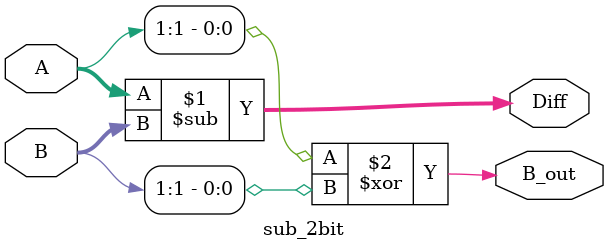
<source format=v>
module sub_32bit(A, B, Diff, B_out);

input [31:0] A;
input [1:0] B;
output [31:0] Diff;
output [1:0] B_out;

wire [15:0] Diff_16;
wire [1:0] B_out_1;

sub_16bit S1(A[15:0], B[1:0], Diff_16, B_out_1);
sub_16bit S2(A[31:16], B[1:0], Diff_16, B_out_1);

assign Diff = {Diff_16, B_out_1};
assign B_out = B_out_1;

endmodule

module sub_16bit(A, B, Diff, B_out);

input [15:0] A;
input [1:0] B;
output [15:0] Diff;
output [1:0] B_out;

wire [7:0] Diff_8;
wire [1:0] B_out_1;

sub_8bit S1(A[7:0], B[1:0], Diff_8, B_out_1);
sub_8bit S2(A[15:8], B[1:0], Diff_8, B_out_1);

assign Diff = {Diff_8, B_out_1};
assign B_out = B_out_1;

endmodule

module sub_8bit(A, B, Diff, B_out);

input [7:0] A;
input [1:0] B;
output [7:0] Diff;
output [1:0] B_out;

wire [3:0] Diff_4;
wire [1:0] B_out_1;

sub_4bit S1(A[3:0], B[1:0], Diff_4, B_out_1);
sub_4bit S2(A[7:4], B[1:0], Diff_4, B_out_1);
sub_4bit S3(A[11:8], B[1:0], Diff_4, B_out_1);
sub_4bit S4(A[15:12], B[1:0], Diff_4, B_out_1);

assign Diff = {Diff_4, B_out_1};
assign B_out = B_out_1;

endmodule

module sub_4bit(A, B, Diff, B_out);

input [3:0] A;
input [1:0] B;
output [3:0] Diff;
output [1:0] B_out;

wire [1:0] B_out_1;

sub_2bit S1(A[1:0], B[1:0], Diff[1:0], B_out_1);
sub_2bit S2(A[3:2], B[1:0], Diff[3:2], B_out_1);

assign Diff = {Diff[3:2], B_out_1};
assign B_out = B_out_1;

endmodule

module sub_2bit(A, B, Diff, B_out);

input [1:0] A;
input [1:0] B;
output [1:0] Diff;
output B_out;

assign Diff = A - B;
assign B_out = A[1] ^ B[1];

endmodule
</source>
